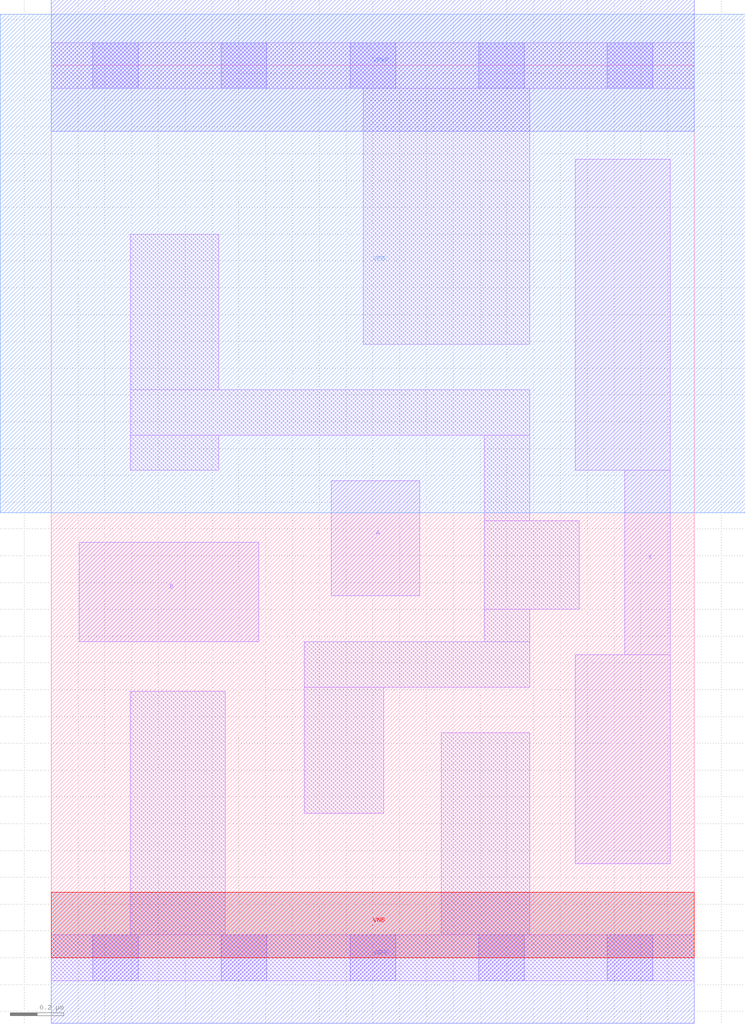
<source format=lef>
# Copyright 2020 The SkyWater PDK Authors
#
# Licensed under the Apache License, Version 2.0 (the "License");
# you may not use this file except in compliance with the License.
# You may obtain a copy of the License at
#
#     https://www.apache.org/licenses/LICENSE-2.0
#
# Unless required by applicable law or agreed to in writing, software
# distributed under the License is distributed on an "AS IS" BASIS,
# WITHOUT WARRANTIES OR CONDITIONS OF ANY KIND, either express or implied.
# See the License for the specific language governing permissions and
# limitations under the License.
#
# SPDX-License-Identifier: Apache-2.0

VERSION 5.7 ;
  NOWIREEXTENSIONATPIN ON ;
  DIVIDERCHAR "/" ;
  BUSBITCHARS "[]" ;
MACRO sky130_fd_sc_hs__or2_1
  CLASS CORE ;
  FOREIGN sky130_fd_sc_hs__or2_1 ;
  ORIGIN  0.000000  0.000000 ;
  SIZE  2.400000 BY  3.330000 ;
  SYMMETRY X Y ;
  SITE unit ;
  PIN A
    ANTENNAGATEAREA  0.208500 ;
    DIRECTION INPUT ;
    USE SIGNAL ;
    PORT
      LAYER li1 ;
        RECT 1.045000 1.350000 1.375000 1.780000 ;
    END
  END A
  PIN B
    ANTENNAGATEAREA  0.208500 ;
    DIRECTION INPUT ;
    USE SIGNAL ;
    PORT
      LAYER li1 ;
        RECT 0.105000 1.180000 0.775000 1.550000 ;
    END
  END B
  PIN X
    ANTENNADIFFAREA  0.541300 ;
    DIRECTION OUTPUT ;
    USE SIGNAL ;
    PORT
      LAYER li1 ;
        RECT 1.955000 0.350000 2.310000 1.130000 ;
        RECT 1.955000 1.820000 2.310000 2.980000 ;
        RECT 2.140000 1.130000 2.310000 1.820000 ;
    END
  END X
  PIN VGND
    DIRECTION INOUT ;
    USE GROUND ;
    PORT
      LAYER met1 ;
        RECT 0.000000 -0.245000 2.400000 0.245000 ;
    END
  END VGND
  PIN VNB
    DIRECTION INOUT ;
    USE GROUND ;
    PORT
      LAYER pwell ;
        RECT 0.000000 0.000000 2.400000 0.245000 ;
    END
  END VNB
  PIN VPB
    DIRECTION INOUT ;
    USE POWER ;
    PORT
      LAYER nwell ;
        RECT -0.190000 1.660000 2.590000 3.520000 ;
    END
  END VPB
  PIN VPWR
    DIRECTION INOUT ;
    USE POWER ;
    PORT
      LAYER met1 ;
        RECT 0.000000 3.085000 2.400000 3.575000 ;
    END
  END VPWR
  OBS
    LAYER li1 ;
      RECT 0.000000 -0.085000 2.400000 0.085000 ;
      RECT 0.000000  3.245000 2.400000 3.415000 ;
      RECT 0.295000  0.085000 0.650000 0.995000 ;
      RECT 0.295000  1.820000 0.625000 1.950000 ;
      RECT 0.295000  1.950000 1.785000 2.120000 ;
      RECT 0.295000  2.120000 0.625000 2.700000 ;
      RECT 0.945000  0.540000 1.240000 1.010000 ;
      RECT 0.945000  1.010000 1.785000 1.180000 ;
      RECT 1.165000  2.290000 1.785000 3.245000 ;
      RECT 1.455000  0.085000 1.785000 0.840000 ;
      RECT 1.615000  1.180000 1.785000 1.300000 ;
      RECT 1.615000  1.300000 1.970000 1.630000 ;
      RECT 1.615000  1.630000 1.785000 1.950000 ;
    LAYER mcon ;
      RECT 0.155000 -0.085000 0.325000 0.085000 ;
      RECT 0.155000  3.245000 0.325000 3.415000 ;
      RECT 0.635000 -0.085000 0.805000 0.085000 ;
      RECT 0.635000  3.245000 0.805000 3.415000 ;
      RECT 1.115000 -0.085000 1.285000 0.085000 ;
      RECT 1.115000  3.245000 1.285000 3.415000 ;
      RECT 1.595000 -0.085000 1.765000 0.085000 ;
      RECT 1.595000  3.245000 1.765000 3.415000 ;
      RECT 2.075000 -0.085000 2.245000 0.085000 ;
      RECT 2.075000  3.245000 2.245000 3.415000 ;
  END
END sky130_fd_sc_hs__or2_1
END LIBRARY

</source>
